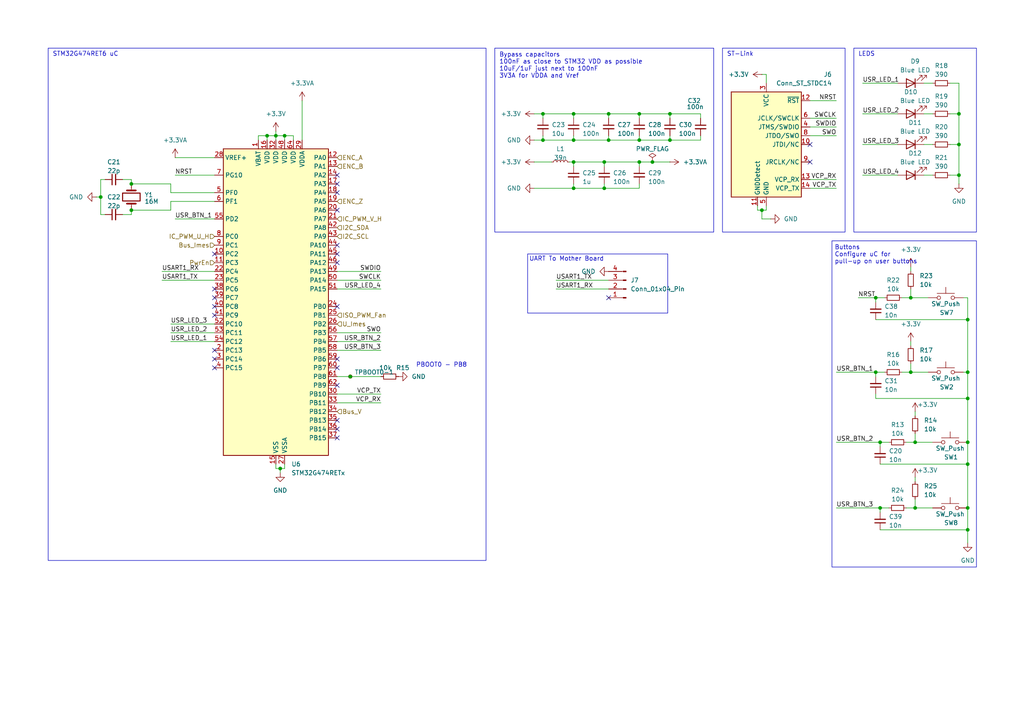
<source format=kicad_sch>
(kicad_sch (version 20250114) (generator "eeschema") (generator_version "9.0")
  (paper "A4")
  (title_block (title "AAP Inverter") (date "2023-05-01") (company "ENSEA"))
  (lib_symbols
    (symbol "Connector:Conn_01x04_Pin" (pin_names (offset 1.016) (hide yes))
      (property "Reference" "J" (at 0 5.08 0))
      (property "Value" "Conn_01x04_Pin" (at 0 -7.62 0))
      (symbol "Conn_01x04_Pin_1_1"
        (rectangle (start 0.8636 2.667) (end 0 2.413) (stroke (width 0.1524)) (fill (type outline)))
        (rectangle (start 0.8636 0.127) (end 0 -0.127) (stroke (width 0.1524)) (fill (type outline)))
        (rectangle (start 0.8636 -2.413) (end 0 -2.667) (stroke (width 0.1524)) (fill (type outline)))
        (rectangle (start 0.8636 -4.953) (end 0 -5.207) (stroke (width 0.1524)) (fill (type outline)))
        (polyline (pts (xy 1.27 2.54) (xy 0.8636 2.54)) (stroke (width 0.1524)))
        (polyline (pts (xy 1.27 0) (xy 0.8636 0)) (stroke (width 0.1524)))
        (polyline (pts (xy 1.27 -2.54) (xy 0.8636 -2.54)) (stroke (width 0.1524)))
        (polyline (pts (xy 1.27 -5.08) (xy 0.8636 -5.08)) (stroke (width 0.1524)))
        (pin passive line (at 5.08 2.54 180) (length 3.81) (name "Pin_1") (number "1"))
        (pin passive line (at 5.08 0 180) (length 3.81) (name "Pin_2") (number "2"))
        (pin passive line (at 5.08 -2.54 180) (length 3.81) (name "Pin_3") (number "3"))
        (pin passive line (at 5.08 -5.08 180) (length 3.81) (name "Pin_4") (number "4"))
      )
    )
    (symbol "Connector:Conn_ST_STDC14"
      (property "Reference" "J" (at -8.89 16.51 0))
      (property "Value" "Conn_ST_STDC14" (at 17.78 16.51 0))
      (symbol "Conn_ST_STDC14_0_1"
        (rectangle (start -10.16 15.24) (end 10.16 -15.24) (stroke (width 0.254)) (fill (type background)))
      )
      (symbol "Conn_ST_STDC14_1_1"
        (pin no_connect line (at -10.16 5.08 0) (length 2.54) (hide yes) (name "NC") (number "1"))
        (pin no_connect line (at -10.16 2.54 0) (length 2.54) (hide yes) (name "NC") (number "2"))
        (pin passive line (at -2.54 -17.78 90) (length 2.54) (name "GNDDetect") (number "11"))
        (pin power_in line (at 0 17.78 270) (length 2.54) (name "VCC") (number "3"))
        (pin power_in line (at 0 -17.78 90) (length 2.54) (name "GND") (number "5"))
        (pin passive line (at 0 -17.78 90) (length 2.54) (hide yes) (name "GND") (number "7"))
        (pin open_collector line (at 12.7 12.7 180) (length 2.54) (name "~{RST}") (number "12"))
        (pin output line (at 12.7 7.62 180) (length 2.54) (name "JCLK/SWCLK") (number "6"))
        (pin bidirectional line (at 12.7 5.08 180) (length 2.54) (name "JTMS/SWDIO") (number "4"))
        (pin input line (at 12.7 2.54 180) (length 2.54) (name "JTDO/SWO") (number "8"))
        (pin output line (at 12.7 0 180) (length 2.54) (name "JTDI/NC") (number "10"))
        (pin input line (at 12.7 -5.08 180) (length 2.54) (name "JRCLK/NC") (number "9"))
        (pin output line (at 12.7 -10.16 180) (length 2.54) (name "VCP_RX") (number "13"))
        (pin input line (at 12.7 -12.7 180) (length 2.54) (name "VCP_TX") (number "14"))
      )
    )
    (symbol "Connector:TestPoint_Small" (pin_numbers (hide yes)) (pin_names (offset 0.762) (hide yes))
      (property "Reference" "TP" (at 0 3.81 0))
      (property "Value" "TestPoint_Small" (at 0 2.032 0))
      (symbol "TestPoint_Small_0_1"
        (circle (center 0 0) (radius 0.508))
      )
      (symbol "TestPoint_Small_1_1"
        (pin passive line (at 0 0 90) (length 0) (name "1") (number "1"))
      )
    )
    (symbol "Device:C_Small" (pin_numbers (hide yes)) (pin_names (offset 0.254) (hide yes))
      (property "Reference" "C" (at 0.254 1.778 0))
      (property "Value" "C_Small" (at 0.254 -2.032 0))
      (symbol "C_Small_0_1"
        (polyline (pts (xy -1.524 0.508) (xy 1.524 0.508)) (stroke (width 0.3048)))
        (polyline (pts (xy -1.524 -0.508) (xy 1.524 -0.508)) (stroke (width 0.3302)))
      )
      (symbol "C_Small_1_1"
        (pin passive line (at 0 2.54 270) (length 2.032) (name "~") (number "1"))
        (pin passive line (at 0 -2.54 90) (length 2.032) (name "~") (number "2"))
      )
    )
    (symbol "Device:Crystal" (pin_numbers (hide yes)) (pin_names (offset 1.016) (hide yes))
      (property "Reference" "Y" (at 0 3.81 0))
      (property "Value" "Crystal" (at 0 -3.81 0))
      (symbol "Crystal_0_1"
        (polyline (pts (xy -2.54 0) (xy -1.905 0)))
        (polyline (pts (xy -1.905 -1.27) (xy -1.905 1.27)) (stroke (width 0.508)))
        (rectangle (start -1.143 2.54) (end 1.143 -2.54) (stroke (width 0.3048)))
        (polyline (pts (xy 1.905 -1.27) (xy 1.905 1.27)) (stroke (width 0.508)))
        (polyline (pts (xy 2.54 0) (xy 1.905 0)))
      )
      (symbol "Crystal_1_1"
        (pin passive line (at -3.81 0 0) (length 1.27) (name "1") (number "1"))
        (pin passive line (at 3.81 0 180) (length 1.27) (name "2") (number "2"))
      )
    )
    (symbol "Device:LED" (pin_numbers (hide yes)) (pin_names (offset 1.016) (hide yes))
      (property "Reference" "D" (at 0 2.54 0))
      (property "Value" "LED" (at 0 -2.54 0))
      (symbol "LED_0_1"
        (polyline (pts (xy -3.048 -0.762) (xy -4.572 -2.286) (xy -3.81 -2.286) (xy -4.572 -2.286) (xy -4.572 -1.524)))
        (polyline (pts (xy -1.778 -0.762) (xy -3.302 -2.286) (xy -2.54 -2.286) (xy -3.302 -2.286) (xy -3.302 -1.524)))
        (polyline (pts (xy -1.27 0) (xy 1.27 0)))
        (polyline (pts (xy -1.27 -1.27) (xy -1.27 1.27)) (stroke (width 0.254)))
        (polyline (pts (xy 1.27 -1.27) (xy 1.27 1.27) (xy -1.27 0) (xy 1.27 -1.27)) (stroke (width 0.254)))
      )
      (symbol "LED_1_1"
        (pin passive line (at -3.81 0 0) (length 2.54) (name "K") (number "1"))
        (pin passive line (at 3.81 0 180) (length 2.54) (name "A") (number "2"))
      )
    )
    (symbol "Device:L_Small" (pin_numbers (hide yes)) (pin_names (offset 0.254) (hide yes))
      (property "Reference" "L" (at 0.762 1.016 0))
      (property "Value" "L_Small" (at 0.762 -1.016 0))
      (symbol "L_Small_0_1"
        (arc (start 0 2.032) (mid 0.5058 1.524) (end 0 1.016))
        (arc (start 0 1.016) (mid 0.5058 0.508) (end 0 0))
        (arc (start 0 0) (mid 0.5058 -0.508) (end 0 -1.016))
        (arc (start 0 -1.016) (mid 0.5058 -1.524) (end 0 -2.032))
      )
      (symbol "L_Small_1_1"
        (pin passive line (at 0 2.54 270) (length 0.508) (name "~") (number "1"))
        (pin passive line (at 0 -2.54 90) (length 0.508) (name "~") (number "2"))
      )
    )
    (symbol "Device:R_Small" (pin_numbers (hide yes)) (pin_names (offset 0.254) (hide yes))
      (property "Reference" "R" (at 0.762 0.508 0))
      (property "Value" "R_Small" (at 0.762 -1.016 0))
      (symbol "R_Small_0_1"
        (rectangle (start -0.762 1.778) (end 0.762 -1.778) (stroke (width 0.2032)))
      )
      (symbol "R_Small_1_1"
        (pin passive line (at 0 2.54 270) (length 0.762) (name "~") (number "1"))
        (pin passive line (at 0 -2.54 90) (length 0.762) (name "~") (number "2"))
      )
    )
    (symbol "MCU_ST_STM32G4:STM32G474RETx"
      (property "Reference" "U" (at -15.24 46.99 0))
      (property "Value" "STM32G474RETx" (at 10.16 46.99 0))
      (symbol "STM32G474RETx_0_1"
        (rectangle (start -15.24 -43.18) (end 15.24 45.72) (stroke (width 0.254)) (fill (type background)))
      )
      (symbol "STM32G474RETx_1_1"
        (pin input line (at -17.78 43.18 0) (length 2.54) (name "VREF+") (number "28"))
        (pin bidirectional line (at -17.78 38.1 0) (length 2.54) (name "PG10") (number "7"))
        (pin bidirectional line (at -17.78 33.02 0) (length 2.54) (name "PF0") (number "5"))
        (pin bidirectional line (at -17.78 30.48 0) (length 2.54) (name "PF1") (number "6"))
        (pin bidirectional line (at -17.78 25.4 0) (length 2.54) (name "PD2") (number "55"))
        (pin bidirectional line (at -17.78 20.32 0) (length 2.54) (name "PC0") (number "8"))
        (pin bidirectional line (at -17.78 17.78 0) (length 2.54) (name "PC1") (number "9"))
        (pin bidirectional line (at -17.78 15.24 0) (length 2.54) (name "PC2") (number "10"))
        (pin bidirectional line (at -17.78 12.7 0) (length 2.54) (name "PC3") (number "11"))
        (pin bidirectional line (at -17.78 10.16 0) (length 2.54) (name "PC4") (number "22"))
        (pin bidirectional line (at -17.78 7.62 0) (length 2.54) (name "PC5") (number "23"))
        (pin bidirectional line (at -17.78 5.08 0) (length 2.54) (name "PC6") (number "38"))
        (pin bidirectional line (at -17.78 2.54 0) (length 2.54) (name "PC7") (number "39"))
        (pin bidirectional line (at -17.78 0 0) (length 2.54) (name "PC8") (number "40"))
        (pin bidirectional line (at -17.78 -2.54 0) (length 2.54) (name "PC9") (number "41"))
        (pin bidirectional line (at -17.78 -5.08 0) (length 2.54) (name "PC10") (number "52"))
        (pin bidirectional line (at -17.78 -7.62 0) (length 2.54) (name "PC11") (number "53"))
        (pin bidirectional line (at -17.78 -10.16 0) (length 2.54) (name "PC12") (number "54"))
        (pin bidirectional line (at -17.78 -12.7 0) (length 2.54) (name "PC13") (number "2"))
        (pin bidirectional line (at -17.78 -15.24 0) (length 2.54) (name "PC14") (number "3"))
        (pin bidirectional line (at -17.78 -17.78 0) (length 2.54) (name "PC15") (number "4"))
        (pin power_in line (at -5.08 48.26 270) (length 2.54) (name "VBAT") (number "1"))
        (pin power_in line (at -2.54 48.26 270) (length 2.54) (name "VDD") (number "16"))
        (pin power_in line (at 0 48.26 270) (length 2.54) (name "VDD") (number "32"))
        (pin power_in line (at 0 -45.72 90) (length 2.54) (name "VSS") (number "15"))
        (pin passive line (at 0 -45.72 90) (length 2.54) (hide yes) (name "VSS") (number "31"))
        (pin passive line (at 0 -45.72 90) (length 2.54) (hide yes) (name "VSS") (number "47"))
        (pin passive line (at 0 -45.72 90) (length 2.54) (hide yes) (name "VSS") (number "63"))
        (pin power_in line (at 2.54 48.26 270) (length 2.54) (name "VDD") (number "48"))
        (pin power_in line (at 2.54 -45.72 90) (length 2.54) (name "VSSA") (number "27"))
        (pin power_in line (at 5.08 48.26 270) (length 2.54) (name "VDD") (number "64"))
        (pin power_in line (at 7.62 48.26 270) (length 2.54) (name "VDDA") (number "29"))
        (pin bidirectional line (at 17.78 43.18 180) (length 2.54) (name "PA0") (number "12"))
        (pin bidirectional line (at 17.78 40.64 180) (length 2.54) (name "PA1") (number "13"))
        (pin bidirectional line (at 17.78 38.1 180) (length 2.54) (name "PA2") (number "14"))
        (pin bidirectional line (at 17.78 35.56 180) (length 2.54) (name "PA3") (number "17"))
        (pin bidirectional line (at 17.78 33.02 180) (length 2.54) (name "PA4") (number "18"))
        (pin bidirectional line (at 17.78 30.48 180) (length 2.54) (name "PA5") (number "19"))
        (pin bidirectional line (at 17.78 27.94 180) (length 2.54) (name "PA6") (number "20"))
        (pin bidirectional line (at 17.78 25.4 180) (length 2.54) (name "PA7") (number "21"))
        (pin bidirectional line (at 17.78 22.86 180) (length 2.54) (name "PA8") (number "42"))
        (pin bidirectional line (at 17.78 20.32 180) (length 2.54) (name "PA9") (number "43"))
        (pin bidirectional line (at 17.78 17.78 180) (length 2.54) (name "PA10") (number "44"))
        (pin bidirectional line (at 17.78 15.24 180) (length 2.54) (name "PA11") (number "45"))
        (pin bidirectional line (at 17.78 12.7 180) (length 2.54) (name "PA12") (number "46"))
        (pin bidirectional line (at 17.78 10.16 180) (length 2.54) (name "PA13") (number "49"))
        (pin bidirectional line (at 17.78 7.62 180) (length 2.54) (name "PA14") (number "50"))
        (pin bidirectional line (at 17.78 5.08 180) (length 2.54) (name "PA15") (number "51"))
        (pin bidirectional line (at 17.78 0 180) (length 2.54) (name "PB0") (number "24"))
        (pin bidirectional line (at 17.78 -2.54 180) (length 2.54) (name "PB1") (number "25"))
        (pin bidirectional line (at 17.78 -5.08 180) (length 2.54) (name "PB2") (number "26"))
        (pin bidirectional line (at 17.78 -7.62 180) (length 2.54) (name "PB3") (number "56"))
        (pin bidirectional line (at 17.78 -10.16 180) (length 2.54) (name "PB4") (number "57"))
        (pin bidirectional line (at 17.78 -12.7 180) (length 2.54) (name "PB5") (number "58"))
        (pin bidirectional line (at 17.78 -15.24 180) (length 2.54) (name "PB6") (number "59"))
        (pin bidirectional line (at 17.78 -17.78 180) (length 2.54) (name "PB7") (number "60"))
        (pin bidirectional line (at 17.78 -20.32 180) (length 2.54) (name "PB8") (number "61"))
        (pin bidirectional line (at 17.78 -22.86 180) (length 2.54) (name "PB9") (number "62"))
        (pin bidirectional line (at 17.78 -25.4 180) (length 2.54) (name "PB10") (number "30"))
        (pin bidirectional line (at 17.78 -27.94 180) (length 2.54) (name "PB11") (number "33"))
        (pin bidirectional line (at 17.78 -30.48 180) (length 2.54) (name "PB12") (number "34"))
        (pin bidirectional line (at 17.78 -33.02 180) (length 2.54) (name "PB13") (number "35"))
        (pin bidirectional line (at 17.78 -35.56 180) (length 2.54) (name "PB14") (number "36"))
        (pin bidirectional line (at 17.78 -38.1 180) (length 2.54) (name "PB15") (number "37"))
      )
    )
    (symbol "Switch:SW_Push" (pin_numbers (hide yes)) (pin_names (offset 1.016) (hide yes))
      (property "Reference" "SW" (at 1.27 2.54 0))
      (property "Value" "SW_Push" (at 0 -1.524 0))
      (symbol "SW_Push_0_1"
        (circle (center -2.032 0) (radius 0.508))
        (polyline (pts (xy 0 1.27) (xy 0 3.048)))
        (circle (center 2.032 0) (radius 0.508))
        (polyline (pts (xy 2.54 1.27) (xy -2.54 1.27)))
        (pin passive line (at -5.08 0 0) (length 2.54) (name "1") (number "1"))
        (pin passive line (at 5.08 0 180) (length 2.54) (name "2") (number "2"))
      )
    )
    (symbol "power:+3.3V" (power) (pin_numbers (hide yes)) (pin_names (offset 0) (hide yes))
      (property "Value" "+3.3V" (at 0 3.556 0))
      (symbol "+3.3V_0_1"
        (polyline (pts (xy -0.762 1.27) (xy 0 2.54)))
        (polyline (pts (xy 0 2.54) (xy 0.762 1.27)))
        (polyline (pts (xy 0 0) (xy 0 2.54)))
      )
      (symbol "+3.3V_1_1"
        (pin power_in line (at 0 0 90) (length 0) (name "~") (number "1"))
      )
    )
    (symbol "power:+3.3VA" (power) (pin_numbers (hide yes)) (pin_names (offset 0) (hide yes))
      (property "Value" "+3.3VA" (at 0 3.556 0))
      (symbol "+3.3VA_0_1"
        (polyline (pts (xy -0.762 1.27) (xy 0 2.54)))
        (polyline (pts (xy 0 2.54) (xy 0.762 1.27)))
        (polyline (pts (xy 0 0) (xy 0 2.54)))
      )
      (symbol "+3.3VA_1_1"
        (pin power_in line (at 0 0 90) (length 0) (name "~") (number "1"))
      )
    )
    (symbol "power:GND" (power) (pin_numbers (hide yes)) (pin_names (offset 0) (hide yes))
      (property "Value" "GND" (at 0 -3.81 0))
      (symbol "GND_0_1"
        (polyline (pts (xy 0 0) (xy 0 -1.27) (xy 1.27 -1.27) (xy 0 -2.54) (xy -1.27 -1.27) (xy 0 -1.27)))
      )
      (symbol "GND_1_1"
        (pin power_in line (at 0 0 270) (length 0) (name "~") (number "1"))
      )
    )
    (symbol "power:PWR_FLAG" (power) (pin_numbers (hide yes)) (pin_names (offset 0) (hide yes))
      (property "Value" "PWR_FLAG" (at 0 3.81 0))
      (symbol "PWR_FLAG_0_0"
        (pin power_out line (at 0 0 90) (length 0) (name "pwr") (number "1"))
      )
      (symbol "PWR_FLAG_0_1"
        (polyline (pts (xy 0 0) (xy 0 1.27) (xy -1.016 1.905) (xy 0 2.54) (xy 1.016 1.905) (xy 0 1.27)))
      )
    )
  )
  (rectangle (start 13.97 13.97) (end 140.97 162.56))
  (rectangle (start 153.035 73.66) (end 193.675 90.805))
  (rectangle (start 143.51 13.97) (end 207.01 67.31))
  (rectangle (start 241.3 69.85) (end 283.21 164.465))
  (rectangle (start 247.65 13.97) (end 283.21 67.31))
  (rectangle (start 209.55 13.97) (end 245.11 67.31))
  (text "ST-Link\n" (at 210.82 16.51 0) (effects (font (size 1.27 1.27)) (justify left bottom)))
  (text "Bypass capacitors\n100nF as close to STM32 VDD as possible\n10uF/1uF just next to 100nF\n3V3A for VDDA and Vref\n" (at 144.78 22.86 0) (effects (font (size 1.27 1.27)) (justify left bottom)))
  (text "Buttons\nConfigure uC for \npull-up on user buttons" (at 242.062 76.708 0) (effects (font (size 1.27 1.27)) (justify left bottom)))
  (text "UART To Mother Board" (at 164.338 75.184 0) (effects (font (size 1.27 1.27))))
  (text "PBOOT0 - PB8\n" (at 120.65 106.68 0) (effects (font (size 1.27 1.27)) (justify left bottom)))
  (text "STM32G474RET6 uC" (at 15.24 16.51 0) (effects (font (size 1.27 1.27)) (justify left bottom)))
  (text "LEDS\n" (at 248.92 16.51 0) (effects (font (size 1.27 1.27)) (justify left bottom)))
  (junction (at 175.26 46.99))
  (junction (at 280.67 92.71))
  (junction (at 280.67 115.57))
  (junction (at 77.47 39.37))
  (junction (at 38.1 60.96))
  (junction (at 29.21 57.15))
  (junction (at 255.27 147.32))
  (junction (at 280.67 147.32))
  (junction (at 185.42 33.02))
  (junction (at 220.98 60.96))
  (junction (at 166.37 46.99))
  (junction (at 254 86.36))
  (junction (at 255.27 128.27))
  (junction (at 278.13 33.02))
  (junction (at 278.13 50.8))
  (junction (at 194.31 40.64))
  (junction (at 175.26 54.61))
  (junction (at 265.43 147.32))
  (junction (at 166.37 40.64))
  (junction (at 81.28 135.89))
  (junction (at 185.42 46.99))
  (junction (at 254 107.95))
  (junction (at 280.67 134.62))
  (junction (at 264.16 86.36))
  (junction (at 38.1 53.34))
  (junction (at 101.6 109.22))
  (junction (at 265.43 128.27))
  (junction (at 176.53 33.02))
  (junction (at 189.23 46.99))
  (junction (at 82.55 39.37))
  (junction (at 166.37 54.61))
  (junction (at 280.67 153.67))
  (junction (at 194.31 33.02))
  (junction (at 157.48 40.64))
  (junction (at 176.53 40.64))
  (junction (at 280.67 128.27))
  (junction (at 280.67 107.95))
  (junction (at 185.42 40.64))
  (junction (at 166.37 33.02))
  (junction (at 80.01 39.37))
  (junction (at 264.16 107.95))
  (junction (at 157.48 33.02))
  (junction (at 278.13 41.91))
  (no_connect (at 97.79 53.34))
  (no_connect (at 62.23 104.14))
  (no_connect (at 97.79 55.88))
  (no_connect (at 97.79 73.66))
  (no_connect (at 97.79 50.8))
  (no_connect (at 97.79 111.76))
  (no_connect (at 234.95 46.99))
  (no_connect (at 62.23 106.68))
  (no_connect (at 176.53 86.36))
  (no_connect (at 97.79 121.92))
  (no_connect (at 97.79 88.9))
  (no_connect (at 62.23 88.9))
  (no_connect (at 97.79 76.2))
  (no_connect (at 62.23 86.36))
  (no_connect (at 97.79 71.12))
  (no_connect (at 97.79 104.14))
  (no_connect (at 97.79 127))
  (no_connect (at 62.23 73.66))
  (no_connect (at 62.23 101.6))
  (no_connect (at 62.23 83.82))
  (no_connect (at 97.79 124.46))
  (no_connect (at 234.95 41.91))
  (no_connect (at 62.23 91.44))
  (no_connect (at 97.79 106.68))
  (no_connect (at 97.79 60.96))
  (wire (pts (xy 194.31 33.02) (xy 194.31 34.29)))
  (wire (pts (xy 220.98 63.5) (xy 220.98 60.96)))
  (wire (pts (xy 80.01 38.1) (xy 80.01 39.37)))
  (wire (pts (xy 264.16 77.47) (xy 264.16 78.74)))
  (wire (pts (xy 280.67 153.67) (xy 280.67 147.32)))
  (wire (pts (xy 264.16 86.36) (xy 264.16 83.82)))
  (wire (pts (xy 49.53 55.88) (xy 62.23 55.88)))
  (wire (pts (xy 185.42 53.34) (xy 185.42 54.61)))
  (wire (pts (xy 50.8 45.72) (xy 62.23 45.72)))
  (wire (pts (xy 203.2 33.02) (xy 203.2 34.29)))
  (wire (pts (xy 280.67 153.67) (xy 280.67 157.48)))
  (wire (pts (xy 250.19 41.91) (xy 260.35 41.91)))
  (wire (pts (xy 175.26 46.99) (xy 185.42 46.99)))
  (wire (pts (xy 280.67 147.32) (xy 280.67 134.62)))
  (wire (pts (xy 275.59 41.91) (xy 278.13 41.91)))
  (wire (pts (xy 255.27 147.32) (xy 255.27 148.59)))
  (wire (pts (xy 175.26 53.34) (xy 175.26 54.61)))
  (wire (pts (xy 254 86.36) (xy 256.54 86.36)))
  (wire (pts (xy 255.27 147.32) (xy 257.81 147.32)))
  (wire (pts (xy 49.53 96.52) (xy 62.23 96.52)))
  (wire (pts (xy 265.43 128.27) (xy 270.51 128.27)))
  (wire (pts (xy 175.26 54.61) (xy 166.37 54.61)))
  (wire (pts (xy 275.59 33.02) (xy 278.13 33.02)))
  (wire (pts (xy 80.01 39.37) (xy 80.01 40.64)))
  (wire (pts (xy 101.6 109.22) (xy 97.79 109.22)))
  (wire (pts (xy 265.43 147.32) (xy 265.43 144.78)))
  (wire (pts (xy 97.79 78.74) (xy 110.49 78.74)))
  (wire (pts (xy 157.48 33.02) (xy 166.37 33.02)))
  (wire (pts (xy 194.31 33.02) (xy 203.2 33.02)))
  (wire (pts (xy 38.1 53.34) (xy 38.1 52.07)))
  (wire (pts (xy 97.79 116.84) (xy 110.49 116.84)))
  (wire (pts (xy 166.37 40.64) (xy 157.48 40.64)))
  (wire (pts (xy 50.8 50.8) (xy 62.23 50.8)))
  (wire (pts (xy 74.93 40.64) (xy 74.93 39.37)))
  (wire (pts (xy 234.95 52.07) (xy 242.57 52.07)))
  (wire (pts (xy 220.98 21.59) (xy 222.25 21.59)))
  (wire (pts (xy 265.43 138.43) (xy 265.43 139.7)))
  (wire (pts (xy 267.97 33.02) (xy 270.51 33.02)))
  (wire (pts (xy 166.37 39.37) (xy 166.37 40.64)))
  (wire (pts (xy 265.43 147.32) (xy 270.51 147.32)))
  (wire (pts (xy 234.95 39.37) (xy 242.57 39.37)))
  (wire (pts (xy 278.13 24.13) (xy 278.13 33.02)))
  (wire (pts (xy 250.19 33.02) (xy 260.35 33.02)))
  (wire (pts (xy 176.53 39.37) (xy 176.53 40.64)))
  (wire (pts (xy 254 107.95) (xy 254 109.22)))
  (wire (pts (xy 220.98 60.96) (xy 222.25 60.96)))
  (wire (pts (xy 234.95 36.83) (xy 242.57 36.83)))
  (wire (pts (xy 29.21 62.23) (xy 30.48 62.23)))
  (wire (pts (xy 275.59 50.8) (xy 278.13 50.8)))
  (wire (pts (xy 222.25 21.59) (xy 222.25 24.13)))
  (wire (pts (xy 161.29 81.28) (xy 176.53 81.28)))
  (wire (pts (xy 261.62 107.95) (xy 264.16 107.95)))
  (wire (pts (xy 82.55 39.37) (xy 85.09 39.37)))
  (wire (pts (xy 49.53 60.96) (xy 38.1 60.96)))
  (wire (pts (xy 38.1 60.96) (xy 38.1 62.23)))
  (wire (pts (xy 166.37 53.34) (xy 166.37 54.61)))
  (wire (pts (xy 27.94 57.15) (xy 29.21 57.15)))
  (wire (pts (xy 35.56 52.07) (xy 38.1 52.07)))
  (wire (pts (xy 110.49 83.82) (xy 97.79 83.82)))
  (wire (pts (xy 154.94 46.99) (xy 160.02 46.99)))
  (wire (pts (xy 222.25 59.69) (xy 222.25 60.96)))
  (wire (pts (xy 255.27 128.27) (xy 255.27 129.54)))
  (wire (pts (xy 280.67 92.71) (xy 280.67 107.95)))
  (wire (pts (xy 161.29 83.82) (xy 176.53 83.82)))
  (wire (pts (xy 110.49 99.06) (xy 97.79 99.06)))
  (wire (pts (xy 81.28 135.89) (xy 81.28 137.16)))
  (wire (pts (xy 219.71 60.96) (xy 219.71 59.69)))
  (wire (pts (xy 49.53 93.98) (xy 62.23 93.98)))
  (wire (pts (xy 264.16 107.95) (xy 269.24 107.95)))
  (wire (pts (xy 275.59 24.13) (xy 278.13 24.13)))
  (wire (pts (xy 185.42 33.02) (xy 194.31 33.02)))
  (wire (pts (xy 280.67 128.27) (xy 280.67 115.57)))
  (wire (pts (xy 50.8 63.5) (xy 62.23 63.5)))
  (wire (pts (xy 250.19 50.8) (xy 260.35 50.8)))
  (wire (pts (xy 175.26 54.61) (xy 185.42 54.61)))
  (wire (pts (xy 97.79 114.3) (xy 110.49 114.3)))
  (wire (pts (xy 265.43 128.27) (xy 265.43 125.73)))
  (wire (pts (xy 264.16 99.06) (xy 264.16 100.33)))
  (wire (pts (xy 154.94 54.61) (xy 166.37 54.61)))
  (wire (pts (xy 262.89 147.32) (xy 265.43 147.32)))
  (wire (pts (xy 85.09 39.37) (xy 85.09 40.64)))
  (wire (pts (xy 255.27 134.62) (xy 280.67 134.62)))
  (wire (pts (xy 49.53 53.34) (xy 38.1 53.34)))
  (wire (pts (xy 166.37 46.99) (xy 175.26 46.99)))
  (wire (pts (xy 185.42 39.37) (xy 185.42 40.64)))
  (wire (pts (xy 185.42 48.26) (xy 185.42 46.99)))
  (wire (pts (xy 254 107.95) (xy 256.54 107.95)))
  (wire (pts (xy 280.67 86.36) (xy 280.67 92.71)))
  (wire (pts (xy 262.89 128.27) (xy 265.43 128.27)))
  (wire (pts (xy 166.37 33.02) (xy 166.37 34.29)))
  (wire (pts (xy 185.42 46.99) (xy 189.23 46.99)))
  (wire (pts (xy 157.48 40.64) (xy 157.48 39.37)))
  (wire (pts (xy 82.55 134.62) (xy 82.55 135.89)))
  (wire (pts (xy 248.92 86.36) (xy 254 86.36)))
  (wire (pts (xy 264.16 107.95) (xy 264.16 105.41)))
  (wire (pts (xy 267.97 24.13) (xy 270.51 24.13)))
  (wire (pts (xy 254 86.36) (xy 254 87.63)))
  (wire (pts (xy 254 114.3) (xy 254 115.57)))
  (wire (pts (xy 81.28 135.89) (xy 82.55 135.89)))
  (wire (pts (xy 234.95 54.61) (xy 242.57 54.61)))
  (wire (pts (xy 80.01 134.62) (xy 80.01 135.89)))
  (wire (pts (xy 242.57 147.32) (xy 255.27 147.32)))
  (wire (pts (xy 110.49 109.22) (xy 101.6 109.22)))
  (wire (pts (xy 110.49 101.6) (xy 97.79 101.6)))
  (wire (pts (xy 97.79 96.52) (xy 110.49 96.52)))
  (wire (pts (xy 255.27 153.67) (xy 280.67 153.67)))
  (wire (pts (xy 267.97 50.8) (xy 270.51 50.8)))
  (wire (pts (xy 49.53 58.42) (xy 62.23 58.42)))
  (wire (pts (xy 49.53 99.06) (xy 62.23 99.06)))
  (wire (pts (xy 280.67 134.62) (xy 280.67 128.27)))
  (wire (pts (xy 29.21 57.15) (xy 29.21 62.23)))
  (wire (pts (xy 29.21 52.07) (xy 29.21 57.15)))
  (wire (pts (xy 234.95 34.29) (xy 242.57 34.29)))
  (wire (pts (xy 176.53 33.02) (xy 176.53 34.29)))
  (wire (pts (xy 189.23 46.99) (xy 194.31 46.99)))
  (wire (pts (xy 267.97 41.91) (xy 270.51 41.91)))
  (wire (pts (xy 242.57 107.95) (xy 254 107.95)))
  (wire (pts (xy 254 92.71) (xy 280.67 92.71)))
  (wire (pts (xy 30.48 52.07) (xy 29.21 52.07)))
  (wire (pts (xy 166.37 48.26) (xy 166.37 46.99)))
  (wire (pts (xy 175.26 46.99) (xy 175.26 48.26)))
  (wire (pts (xy 220.98 60.96) (xy 219.71 60.96)))
  (wire (pts (xy 166.37 40.64) (xy 176.53 40.64)))
  (wire (pts (xy 278.13 41.91) (xy 278.13 50.8)))
  (wire (pts (xy 49.53 55.88) (xy 49.53 53.34)))
  (wire (pts (xy 278.13 33.02) (xy 278.13 41.91)))
  (wire (pts (xy 46.99 81.28) (xy 62.23 81.28)))
  (wire (pts (xy 255.27 128.27) (xy 257.81 128.27)))
  (wire (pts (xy 97.79 81.28) (xy 110.49 81.28)))
  (wire (pts (xy 157.48 34.29) (xy 157.48 33.02)))
  (wire (pts (xy 74.93 39.37) (xy 77.47 39.37)))
  (wire (pts (xy 280.67 107.95) (xy 279.4 107.95)))
  (wire (pts (xy 223.52 63.5) (xy 220.98 63.5)))
  (wire (pts (xy 194.31 39.37) (xy 194.31 40.64)))
  (wire (pts (xy 265.43 119.38) (xy 265.43 120.65)))
  (wire (pts (xy 203.2 39.37) (xy 203.2 40.64)))
  (wire (pts (xy 185.42 40.64) (xy 194.31 40.64)))
  (wire (pts (xy 254 115.57) (xy 280.67 115.57)))
  (wire (pts (xy 250.19 24.13) (xy 260.35 24.13)))
  (wire (pts (xy 77.47 39.37) (xy 80.01 39.37)))
  (wire (pts (xy 261.62 86.36) (xy 264.16 86.36)))
  (wire (pts (xy 176.53 33.02) (xy 185.42 33.02)))
  (wire (pts (xy 166.37 33.02) (xy 176.53 33.02)))
  (wire (pts (xy 80.01 39.37) (xy 82.55 39.37)))
  (wire (pts (xy 35.56 62.23) (xy 38.1 62.23)))
  (wire (pts (xy 46.99 78.74) (xy 62.23 78.74)))
  (wire (pts (xy 82.55 39.37) (xy 82.55 40.64)))
  (wire (pts (xy 280.67 115.57) (xy 280.67 107.95)))
  (wire (pts (xy 203.2 40.64) (xy 194.31 40.64)))
  (wire (pts (xy 77.47 40.64) (xy 77.47 39.37)))
  (wire (pts (xy 234.95 29.21) (xy 242.57 29.21)))
  (wire (pts (xy 242.57 128.27) (xy 255.27 128.27)))
  (wire (pts (xy 80.01 135.89) (xy 81.28 135.89)))
  (wire (pts (xy 176.53 40.64) (xy 185.42 40.64)))
  (wire (pts (xy 166.37 46.99) (xy 165.1 46.99)))
  (wire (pts (xy 185.42 33.02) (xy 185.42 34.29)))
  (wire (pts (xy 154.94 40.64) (xy 157.48 40.64)))
  (wire (pts (xy 264.16 86.36) (xy 269.24 86.36)))
  (wire (pts (xy 154.94 33.02) (xy 157.48 33.02)))
  (wire (pts (xy 49.53 58.42) (xy 49.53 60.96)))
  (wire (pts (xy 279.4 86.36) (xy 280.67 86.36)))
  (wire (pts (xy 87.63 29.21) (xy 87.63 40.64)))
  (wire (pts (xy 278.13 50.8) (xy 278.13 53.34)))
  (label "NRST" (at 50.8 50.8 0))
  (label "NRST" (at 248.92 86.36 0))
  (label "USR_LED_4" (at 110.49 83.82 180))
  (label "USR_LED_4" (at 250.19 50.8 0))
  (label "USART1_TX" (at 161.29 81.28 0))
  (label "USR_LED_1" (at 49.53 99.06 0))
  (label "VCP_TX" (at 242.57 54.61 180))
  (label "USR_LED_3" (at 49.53 93.98 0))
  (label "USART1_TX" (at 46.99 81.28 0))
  (label "SWDIO" (at 242.57 36.83 180))
  (label "SWDIO" (at 110.49 78.74 180))
  (label "USR_LED_2" (at 250.19 33.02 0))
  (label "USR_BTN_3" (at 110.49 101.6 180))
  (label "VCP_TX" (at 110.49 114.3 180))
  (label "USR_LED_1" (at 250.19 24.13 0))
  (label "USART1_RX" (at 46.99 78.74 0))
  (label "VCP_RX" (at 242.57 52.07 180))
  (label "USR_BTN_1" (at 50.8 63.5 0))
  (label "USART1_RX" (at 161.29 83.82 0))
  (label "USR_LED_2" (at 49.53 96.52 0))
  (label "NRST" (at 242.57 29.21 180))
  (label "VCP_RX" (at 110.49 116.84 180))
  (label "SWO" (at 110.49 96.52 180))
  (label "USR_BTN_1" (at 242.57 107.95 0))
  (label "SWO" (at 242.57 39.37 180))
  (label "USR_LED_3" (at 250.19 41.91 0))
  (label "USR_BTN_2" (at 110.49 99.06 180))
  (label "USR_BTN_3" (at 242.57 147.32 0))
  (label "SWCLK" (at 242.57 34.29 180))
  (label "SWCLK" (at 110.49 81.28 180))
  (label "USR_BTN_2" (at 242.57 128.27 0))
  (hierarchical_label "ENC_Z" (shape input) (at 97.79 58.42 0))
  (hierarchical_label "Bus_Imes" (shape input) (at 62.23 71.12 180))
  (hierarchical_label "ISO_PWM_Fan" (shape input) (at 97.79 91.44 0))
  (hierarchical_label "PwrEn" (shape input) (at 62.23 76.2 180))
  (hierarchical_label "Bus_V" (shape input) (at 97.79 119.38 0))
  (hierarchical_label "U_Imes" (shape input) (at 97.79 93.98 0))
  (hierarchical_label "IC_PWM_U_H" (shape input) (at 62.23 68.58 180))
  (hierarchical_label "ENC_B" (shape input) (at 97.79 48.26 0))
  (hierarchical_label "I2C_SCL" (shape input) (at 97.79 68.58 0))
  (hierarchical_label "ENC_A" (shape input) (at 97.79 45.72 0))
  (hierarchical_label "IC_PWM_V_H" (shape input) (at 97.79 63.5 0))
  (hierarchical_label "I2C_SDA" (shape input) (at 97.79 66.04 0))
  (symbol (lib_id "power:GND") (at 280.67 157.48 0) (unit 1)
    (property "Reference" "#PWR074" (effects (hide yes)))
    (property "Value" "GND" (at 280.67 162.56 0))
    (property "Description" "Power symbol creates a global label with name \"GND\" , ground" (effects (hide yes)))
  )
  (symbol (lib_id "Device:C_Small") (at 255.27 151.13 180) (unit 1)
    (property "Reference" "C39" (at 257.81 149.8535 0) (effects (justify right)))
    (property "Value" "10n" (at 257.81 152.3935 0) (effects (justify right)))
    (property "Footprint" "Capacitor_SMD:C_0402_1005Metric" (effects (hide yes)))
    (property "Fournisseur" "Wurth" (effects (hide yes)))
    (property "MFR" "885 012 105 018" (effects (hide yes)))
  )
  (symbol (lib_id "Device:R_Small") (at 265.43 142.24 180) (unit 1)
    (property "Reference" "R25" (at 267.97 140.9699 0) (effects (justify right)))
    (property "Value" "10k" (at 267.97 143.5099 0) (effects (justify right)))
    (property "Footprint" "Resistor_SMD:R_0402_1005Metric" (effects (hide yes)))
    (property "Description" "Resistor, small symbol" (effects (hide yes)))
  )
  (symbol (lib_id "Device:R_Small") (at 264.16 81.28 180) (unit 1)
    (property "Reference" "R23" (at 266.7 80.0099 0) (effects (justify right)))
    (property "Value" "10k" (at 266.7 82.5499 0) (effects (justify right)))
    (property "Footprint" "Resistor_SMD:R_0402_1005Metric" (effects (hide yes)))
    (property "Description" "Resistor, small symbol" (effects (hide yes)))
  )
  (symbol (lib_id "power:+3.3V") (at 154.94 46.99 90) (unit 1)
    (property "Reference" "#PWR067" (effects (hide yes)))
    (property "Value" "+3.3V" (at 151.13 46.9899 90) (effects (justify left)))
    (property "Description" "Power symbol creates a global label with name \"+3.3V\"" (effects (hide yes)))
  )
  (symbol (lib_id "Device:R_Small") (at 273.05 33.02 90) (unit 1)
    (property "Reference" "R19" (at 273.05 27.94 90))
    (property "Value" "390" (at 273.05 30.48 90))
    (property "Footprint" "Resistor_SMD:R_0402_1005Metric" (effects (hide yes)))
    (property "Fournisseur" "Farnell" (effects (hide yes)))
    (property "MFR" "CRCW0402390RFKEDC" (effects (hide yes)))
    (property "Ref" "4177482" (effects (hide yes)))
  )
  (symbol (lib_id "Device:LED") (at 264.16 33.02 180) (unit 1)
    (property "Reference" "D10" (at 264.16 26.67 0))
    (property "Value" "Blue LED" (at 265.43 29.21 0))
    (property "Footprint" "LED_SMD:LED_0603_1608Metric" (effects (hide yes)))
    (property "Fournisseur" "Wurth" (effects (hide yes)))
    (property "MFR" "150 060 BS5 504 0" (effects (hide yes)))
  )
  (symbol (lib_id "Device:LED") (at 264.16 24.13 180) (unit 1)
    (property "Reference" "D9" (at 265.43 17.78 0))
    (property "Value" "Blue LED" (at 265.43 20.32 0))
    (property "Footprint" "LED_SMD:LED_0603_1608Metric" (effects (hide yes)))
    (property "Fournisseur" "Wurth" (effects (hide yes)))
    (property "MFR" "150 060 BS5 504 0" (effects (hide yes)))
  )
  (symbol (lib_id "power:PWR_FLAG") (at 189.23 46.99 0) (unit 1)
    (property "Reference" "#FLG01" (effects (hide yes)))
    (property "Value" "PWR_FLAG" (at 189.23 43.18 0))
  )
  (symbol (lib_id "Connector:Conn_01x04_Pin") (at 181.61 83.82 180) (unit 1)
    (property "Reference" "J7" (at 182.88 81.2799 0) (effects (justify right)))
    (property "Value" "Conn_01x04_Pin" (at 182.88 83.8199 0) (effects (justify right)))
    (property "Footprint" "Connector_JST:JST_XH_B4B-XH-A_1x04_P2.50mm_Vertical" (effects (hide yes)))
    (property "Description" "Generic connector, single row, 01x04, script generated" (effects (hide yes)))
  )
  (symbol (lib_id "Device:C_Small") (at 166.37 36.83 0) (unit 1)
    (property "Reference" "C24" (at 168.91 36.2013 0) (effects (justify left)))
    (property "Value" "100n" (at 168.91 38.7413 0) (effects (justify left)))
    (property "Footprint" "Capacitor_SMD:C_0402_1005Metric" (effects (hide yes)))
    (property "Fournisseur" "Wurth" (effects (hide yes)))
    (property "MFR" "885 012 105 018" (effects (hide yes)))
  )
  (symbol (lib_id "power:+3.3V") (at 154.94 33.02 90) (unit 1)
    (property "Reference" "#PWR065" (effects (hide yes)))
    (property "Value" "+3.3V" (at 151.13 33.0199 90) (effects (justify left)))
    (property "Description" "Power symbol creates a global label with name \"+3.3V\"" (effects (hide yes)))
  )
  (symbol (lib_id "power:GND") (at 176.53 78.74 270) (unit 1)
    (property "Reference" "#PWR08" (effects (hide yes)))
    (property "Value" "GND" (at 172.72 78.7399 90) (effects (justify right)))
    (property "Description" "Power symbol creates a global label with name \"GND\" , ground" (effects (hide yes)))
  )
  (symbol (lib_id "power:+3.3V") (at 264.16 77.47 0) (unit 1)
    (property "Reference" "#PWR057" (effects (hide yes)))
    (property "Value" "+3.3V" (at 264.16 72.39 0))
    (property "Description" "Power symbol creates a global label with name \"+3.3V\"" (effects (hide yes)))
  )
  (symbol (lib_id "Device:LED") (at 264.16 41.91 180) (unit 1)
    (property "Reference" "D11" (at 265.43 35.56 0))
    (property "Value" "Blue LED" (at 265.43 38.1 0))
    (property "Footprint" "LED_SMD:LED_0603_1608Metric" (effects (hide yes)))
    (property "Fournisseur" "Wurth" (effects (hide yes)))
    (property "MFR" "150 060 BS5 504 0" (effects (hide yes)))
  )
  (symbol (lib_id "Device:Crystal") (at 38.1 57.15 90) (unit 1)
    (property "Reference" "Y1" (at 41.91 56.515 90) (effects (justify right)))
    (property "Value" "16M" (at 41.91 58.42 90) (effects (justify right)))
    (property "Footprint" "Custom:ABLS-7.3728MHZ-CL-RESR-A-1-G-F" (effects (hide yes)))
    (property "Datasheet" "https://4donline.ihs.com/images/VipMasterIC/IC/ABRC/ABRCS03441/ABRCS03441-1.pdf?hkey=6D3A4C79FDBF58556ACFDE234799DDF0" (effects (hide yes)))
    (property "Fournisseur" "Farnell" (effects (hide yes)))
    (property "MFR" "ABLS-16.000MHZ-20-B-3-H-T" (effects (hide yes)))
    (property "Ref" "3228387" (effects (hide yes)))
  )
  (symbol (lib_id "Device:C_Small") (at 255.27 132.08 180) (unit 1)
    (property "Reference" "C20" (at 257.81 130.8035 0) (effects (justify right)))
    (property "Value" "10n" (at 257.81 133.3435 0) (effects (justify right)))
    (property "Footprint" "Capacitor_SMD:C_0402_1005Metric" (effects (hide yes)))
    (property "Fournisseur" "Wurth" (effects (hide yes)))
    (property "MFR" "885 012 105 018" (effects (hide yes)))
  )
  (symbol (lib_id "power:GND") (at 27.94 57.15 270) (unit 1)
    (property "Reference" "#PWR042" (effects (hide yes)))
    (property "Value" "GND" (at 24.13 57.1499 90) (effects (justify right)))
    (property "Description" "Power symbol creates a global label with name \"GND\" , ground" (effects (hide yes)))
  )
  (symbol (lib_id "Device:R_Small") (at 113.03 109.22 90) (unit 1)
    (property "Reference" "R15" (at 116.84 106.68 90))
    (property "Value" "10k" (at 111.76 106.68 90))
    (property "Footprint" "Resistor_SMD:R_0402_1005Metric" (effects (hide yes)))
    (property "Fournisseur" "Farnell" (effects (hide yes)))
    (property "MFR" "MC00625W0402110K" (effects (hide yes)))
    (property "Ref" "2130433" (effects (hide yes)))
  )
  (symbol (lib_id "Device:R_Small") (at 273.05 41.91 90) (unit 1)
    (property "Reference" "R20" (at 273.05 36.83 90))
    (property "Value" "390" (at 273.05 39.37 90))
    (property "Footprint" "Resistor_SMD:R_0402_1005Metric" (effects (hide yes)))
    (property "Fournisseur" "Farnell" (effects (hide yes)))
    (property "MFR" "CRCW0402390RFKEDC" (effects (hide yes)))
    (property "Ref" "4177482" (effects (hide yes)))
  )
  (symbol (lib_id "Device:C_Small") (at 157.48 36.83 0) (unit 1)
    (property "Reference" "C23" (at 160.02 36.2013 0) (effects (justify left)))
    (property "Value" "10u" (at 160.02 38.7413 0) (effects (justify left)))
    (property "Footprint" "Capacitor_SMD:C_0603_1608Metric_Pad1.08x0.95mm_HandSolder" (effects (hide yes)))
    (property "Fournisseur" "Wurth" (effects (hide yes)))
    (property "MFR" "885 012 106 006" (effects (hide yes)))
  )
  (symbol (lib_id "Device:R_Small") (at 265.43 123.19 180) (unit 1)
    (property "Reference" "R14" (at 267.97 121.9199 0) (effects (justify right)))
    (property "Value" "10k" (at 267.97 124.4599 0) (effects (justify right)))
    (property "Footprint" "Resistor_SMD:R_0402_1005Metric" (effects (hide yes)))
    (property "Description" "Resistor, small symbol" (effects (hide yes)))
  )
  (symbol (lib_id "Device:C_Small") (at 185.42 36.83 0) (unit 1)
    (property "Reference" "C28" (at 187.96 36.2013 0) (effects (justify left)))
    (property "Value" "100n" (at 187.96 38.7413 0) (effects (justify left)))
    (property "Footprint" "Capacitor_SMD:C_0402_1005Metric" (effects (hide yes)))
    (property "Fournisseur" "Wurth" (effects (hide yes)))
    (property "MFR" "885 012 105 018" (effects (hide yes)))
  )
  (symbol (lib_id "Device:R_Small") (at 264.16 102.87 180) (unit 1)
    (property "Reference" "R17" (at 266.7 101.5999 0) (effects (justify right)))
    (property "Value" "10k" (at 266.7 104.1399 0) (effects (justify right)))
    (property "Footprint" "Resistor_SMD:R_0402_1005Metric" (effects (hide yes)))
    (property "Description" "Resistor, small symbol" (effects (hide yes)))
  )
  (symbol (lib_id "Connector:Conn_ST_STDC14") (at 222.25 41.91 0) (unit 1)
    (property "Reference" "J6" (at 241.3 21.59 0) (effects (justify right)))
    (property "Value" "Conn_ST_STDC14" (at 241.3 24.13 0) (effects (justify right)))
    (property "Footprint" "Connector_PinHeader_1.27mm:PinHeader_2x07_P1.27mm_Vertical_SMD" (effects (hide yes)))
    (property "Datasheet" "https://www.st.com/content/ccc/resource/technical/document/user_manual/group1/99/49/91/b6/b2/3a/46/e5/DM00526767/files/DM00526767.pdf/jcr:content/translations/en.DM00526767.pdf" (effects (hide yes)))
    (property "Fournisseur" "Stock" (effects (hide yes)))
  )
  (symbol (lib_id "Device:C_Small") (at 254 90.17 180) (unit 1)
    (property "Reference" "C38" (at 256.54 88.8935 0) (effects (justify right)))
    (property "Value" "10n" (at 256.54 91.4335 0) (effects (justify right)))
    (property "Footprint" "Capacitor_SMD:C_0402_1005Metric" (effects (hide yes)))
    (property "Fournisseur" "Wurth" (effects (hide yes)))
    (property "MFR" "885 012 105 018" (effects (hide yes)))
  )
  (symbol (lib_id "power:+3.3V") (at 265.43 138.43 0) (unit 1)
    (property "Reference" "#PWR058" (effects (hide yes)))
    (property "Value" "+3.3V" (at 268.986 136.398 0))
    (property "Description" "Power symbol creates a global label with name \"+3.3V\"" (effects (hide yes)))
  )
  (symbol (lib_id "Device:R_Small") (at 273.05 50.8 90) (unit 1)
    (property "Reference" "R21" (at 273.05 45.72 90))
    (property "Value" "390" (at 273.05 48.26 90))
    (property "Footprint" "Resistor_SMD:R_0402_1005Metric" (effects (hide yes)))
    (property "Fournisseur" "Farnell" (effects (hide yes)))
    (property "MFR" "CRCW0402390RFKEDC" (effects (hide yes)))
    (property "Ref" "4177482" (effects (hide yes)))
  )
  (symbol (lib_id "power:+3.3V") (at 264.16 99.06 0) (unit 1)
    (property "Reference" "#PWR071" (effects (hide yes)))
    (property "Value" "+3.3V" (at 264.16 93.98 0))
    (property "Description" "Power symbol creates a global label with name \"+3.3V\"" (effects (hide yes)))
  )
  (symbol (lib_id "Device:LED") (at 264.16 50.8 180) (unit 1)
    (property "Reference" "D12" (at 265.43 44.45 0))
    (property "Value" "Blue LED" (at 265.43 46.99 0))
    (property "Footprint" "LED_SMD:LED_0603_1608Metric" (effects (hide yes)))
    (property "Fournisseur" "Wurth" (effects (hide yes)))
    (property "MFR" "150 060 BS5 504 0" (effects (hide yes)))
  )
  (symbol (lib_id "power:GND") (at 223.52 63.5 90) (unit 1)
    (property "Reference" "#PWR073" (effects (hide yes)))
    (property "Value" "GND" (at 227.33 63.4999 90) (effects (justify right)))
    (property "Description" "Power symbol creates a global label with name \"GND\" , ground" (effects (hide yes)))
  )
  (symbol (lib_id "power:GND") (at 154.94 40.64 270) (unit 1)
    (property "Reference" "#PWR066" (effects (hide yes)))
    (property "Value" "GND" (at 151.13 40.6399 90) (effects (justify right)))
    (property "Description" "Power symbol creates a global label with name \"GND\" , ground" (effects (hide yes)))
  )
  (symbol (lib_id "Device:R_Small") (at 259.08 86.36 270) (unit 1)
    (property "Reference" "R22" (at 259.08 81.28 90))
    (property "Value" "10k" (at 259.08 83.82 90))
    (property "Footprint" "Resistor_SMD:R_0402_1005Metric" (effects (hide yes)))
    (property "Description" "Resistor, small symbol" (effects (hide yes)))
  )
  (symbol (lib_id "power:+3.3VA") (at 50.8 45.72 0) (unit 1)
    (property "Reference" "#PWR060" (effects (hide yes)))
    (property "Value" "+3.3VA" (at 50.8 40.64 0))
    (property "Description" "Power symbol creates a global label with name \"+3.3VA\"" (effects (hide yes)))
  )
  (symbol (lib_id "MCU_ST_STM32G4:STM32G474RETx") (at 80.01 88.9 0) (unit 1)
    (property "Reference" "U6" (at 84.5059 134.62 0) (effects (justify left)))
    (property "Value" "STM32G474RETx" (at 84.5059 137.16 0) (effects (justify left)))
    (property "Footprint" "Package_QFP:LQFP-64_10x10mm_P0.5mm" (effects (hide yes)))
    (property "Datasheet" "https://www.st.com/resource/en/datasheet/stm32g474re.pdf" (effects (hide yes)))
    (property "Fournisseur" "RS" (effects (hide yes)))
    (property "MFR" "STM32G474RET6" (effects (hide yes)))
    (property "Ref" "193-9861" (effects (hide yes)))
  )
  (symbol (lib_id "Device:C_Small") (at 175.26 50.8 0) (unit 1)
    (property "Reference" "C26" (at 177.8 50.1713 0) (effects (justify left)))
    (property "Value" "100n" (at 177.8 52.7113 0) (effects (justify left)))
    (property "Footprint" "Capacitor_SMD:C_0402_1005Metric" (effects (hide yes)))
    (property "Fournisseur" "Wurth" (effects (hide yes)))
    (property "MFR" "885 012 105 018" (effects (hide yes)))
  )
  (symbol (lib_id "Device:C_Small") (at 254 111.76 180) (unit 1)
    (property "Reference" "C31" (at 256.54 110.4835 0) (effects (justify right)))
    (property "Value" "10n" (at 256.54 113.0235 0) (effects (justify right)))
    (property "Footprint" "Capacitor_SMD:C_0402_1005Metric" (effects (hide yes)))
    (property "Fournisseur" "Wurth" (effects (hide yes)))
    (property "MFR" "885 012 105 018" (effects (hide yes)))
  )
  (symbol (lib_id "power:GND") (at 81.28 137.16 0) (unit 1)
    (property "Reference" "#PWR062" (effects (hide yes)))
    (property "Value" "GND" (at 81.28 142.24 0))
    (property "Description" "Power symbol creates a global label with name \"GND\" , ground" (effects (hide yes)))
  )
  (symbol (lib_id "Device:C_Small") (at 176.53 36.83 0) (unit 1)
    (property "Reference" "C27" (at 179.07 36.2013 0) (effects (justify left)))
    (property "Value" "100n" (at 179.07 38.7413 0) (effects (justify left)))
    (property "Footprint" "Capacitor_SMD:C_0402_1005Metric" (effects (hide yes)))
    (property "Fournisseur" "Wurth" (effects (hide yes)))
    (property "MFR" "885 012 105 018" (effects (hide yes)))
  )
  (symbol (lib_id "Device:L_Small") (at 162.56 46.99 90) (unit 1)
    (property "Reference" "L1" (at 162.56 43.18 90))
    (property "Value" "39n" (at 162.56 45.72 90))
    (property "Footprint" "Inductor_SMD:L_0603_1608Metric" (effects (hide yes)))
    (property "Fournisseur" "Wurth" (effects (hide yes)))
    (property "MFR" "744 786 013 9" (effects (hide yes)))
  )
  (symbol (lib_id "Device:C_Small") (at 203.2 36.83 0) (unit 1)
    (property "Reference" "C32" (at 199.39 29.21 0) (effects (justify left)))
    (property "Value" "100n" (at 199.136 30.988 0) (effects (justify left)))
    (property "Footprint" "Capacitor_SMD:C_0402_1005Metric" (effects (hide yes)))
    (property "Fournisseur" "Wurth" (effects (hide yes)))
    (property "MFR" "885 012 105 018" (effects (hide yes)))
  )
  (symbol (lib_id "Device:C_Small") (at 185.42 50.8 0) (unit 1)
    (property "Reference" "C29" (at 187.96 50.1713 0) (effects (justify left)))
    (property "Value" "100n" (at 187.96 52.7113 0) (effects (justify left)))
    (property "Footprint" "Capacitor_SMD:C_0402_1005Metric" (effects (hide yes)))
    (property "Fournisseur" "Wurth" (effects (hide yes)))
    (property "MFR" "885 012 105 018" (effects (hide yes)))
  )
  (symbol (lib_id "power:GND") (at 115.57 109.22 90) (unit 1)
    (property "Reference" "#PWR064" (effects (hide yes)))
    (property "Value" "GND" (at 119.38 109.2199 90) (effects (justify right)))
    (property "Description" "Power symbol creates a global label with name \"GND\" , ground" (effects (hide yes)))
  )
  (symbol (lib_id "Device:C_Small") (at 166.37 50.8 0) (unit 1)
    (property "Reference" "C25" (at 168.91 50.1713 0) (effects (justify left)))
    (property "Value" "1u" (at 168.91 52.7113 0) (effects (justify left)))
    (property "Footprint" "Capacitor_SMD:C_0603_1608Metric_Pad1.08x0.95mm_HandSolder" (effects (hide yes)))
    (property "Fournisseur" "Wurth" (effects (hide yes)))
    (property "MFR" "885 012 105 012" (effects (hide yes)))
  )
  (symbol (lib_id "Switch:SW_Push") (at 274.32 86.36 0) (unit 1)
    (property "Reference" "SW7" (at 274.574 90.678 0))
    (property "Value" "SW_Push" (at 274.32 88.138 0))
    (property "Footprint" "Custom:435451019820" (effects (hide yes)))
    (property "Fournisseur" "Wurth" (effects (hide yes)))
    (property "MFR" "435 451 019 820" (effects (hide yes)))
  )
  (symbol (lib_id "Device:R_Small") (at 259.08 107.95 270) (unit 1)
    (property "Reference" "R16" (at 259.08 102.87 90))
    (property "Value" "10k" (at 259.08 105.41 90))
    (property "Footprint" "Resistor_SMD:R_0402_1005Metric" (effects (hide yes)))
    (property "Description" "Resistor, small symbol" (effects (hide yes)))
  )
  (symbol (lib_id "Device:C_Small") (at 194.31 36.83 0) (unit 1)
    (property "Reference" "C30" (at 196.85 36.2013 0) (effects (justify left)))
    (property "Value" "100n" (at 196.85 38.7413 0) (effects (justify left)))
    (property "Footprint" "Capacitor_SMD:C_0402_1005Metric" (effects (hide yes)))
    (property "Fournisseur" "Wurth" (effects (hide yes)))
    (property "MFR" "885 012 105 018" (effects (hide yes)))
  )
  (symbol (lib_id "Device:R_Small") (at 260.35 128.27 270) (unit 1)
    (property "Reference" "R13" (at 260.35 123.19 90))
    (property "Value" "10k" (at 260.35 125.73 90))
    (property "Footprint" "Resistor_SMD:R_0402_1005Metric" (effects (hide yes)))
    (property "Description" "Resistor, small symbol" (effects (hide yes)))
  )
  (symbol (lib_id "Connector:TestPoint_Small") (at 101.6 109.22 0) (unit 1)
    (property "Reference" "TPBOOT0-1" (at 102.87 107.9499 0) (effects (justify left)))
    (property "Value" "TestPoint_Small" (effects (hide yes)))
    (property "Footprint" "TestPoint:TestPoint_Pad_D1.0mm" (effects (hide yes)))
    (property "Description" "test point" (effects (hide yes)))
  )
  (symbol (lib_id "power:+3.3VA") (at 194.31 46.99 270) (unit 1)
    (property "Reference" "#PWR069" (effects (hide yes)))
    (property "Value" "+3.3VA" (at 198.12 46.9899 90) (effects (justify left)))
    (property "Description" "Power symbol creates a global label with name \"+3.3VA\"" (effects (hide yes)))
  )
  (symbol (lib_id "power:+3.3V") (at 80.01 38.1 0) (unit 1)
    (property "Reference" "#PWR061" (effects (hide yes)))
    (property "Value" "+3.3V" (at 80.01 33.02 0))
    (property "Description" "Power symbol creates a global label with name \"+3.3V\"" (effects (hide yes)))
  )
  (symbol (lib_id "Switch:SW_Push") (at 274.32 107.95 0) (unit 1)
    (property "Reference" "SW2" (at 274.574 112.268 0))
    (property "Value" "SW_Push" (at 274.32 109.728 0))
    (property "Footprint" "Custom:435451019820" (effects (hide yes)))
    (property "Fournisseur" "Wurth" (effects (hide yes)))
    (property "MFR" "435 451 019 820" (effects (hide yes)))
  )
  (symbol (lib_id "power:+3.3V") (at 265.43 119.38 0) (unit 1)
    (property "Reference" "#PWR056" (effects (hide yes)))
    (property "Value" "+3.3V" (at 268.986 117.348 0))
    (property "Description" "Power symbol creates a global label with name \"+3.3V\"" (effects (hide yes)))
  )
  (symbol (lib_id "power:GND") (at 278.13 53.34 0) (unit 1)
    (property "Reference" "#PWR077" (effects (hide yes)))
    (property "Value" "GND" (at 278.13 58.42 0))
    (property "Description" "Power symbol creates a global label with name \"GND\" , ground" (effects (hide yes)))
  )
  (symbol (lib_id "power:GND") (at 154.94 54.61 270) (unit 1)
    (property "Reference" "#PWR068" (effects (hide yes)))
    (property "Value" "GND" (at 151.13 54.6099 90) (effects (justify right)))
    (property "Description" "Power symbol creates a global label with name \"GND\" , ground" (effects (hide yes)))
  )
  (symbol (lib_id "power:+3.3V") (at 220.98 21.59 90) (unit 1)
    (property "Reference" "#PWR072" (effects (hide yes)))
    (property "Value" "+3.3V" (at 217.17 21.5899 90) (effects (justify left)))
    (property "Description" "Power symbol creates a global label with name \"+3.3V\"" (effects (hide yes)))
  )
  (symbol (lib_id "Device:R_Small") (at 260.35 147.32 270) (unit 1)
    (property "Reference" "R24" (at 260.35 142.24 90))
    (property "Value" "10k" (at 260.35 144.78 90))
    (property "Footprint" "Resistor_SMD:R_0402_1005Metric" (effects (hide yes)))
    (property "Description" "Resistor, small symbol" (effects (hide yes)))
  )
  (symbol (lib_id "power:+3.3VA") (at 87.63 29.21 0) (unit 1)
    (property "Reference" "#PWR063" (effects (hide yes)))
    (property "Value" "+3.3VA" (at 87.63 24.13 0))
    (property "Description" "Power symbol creates a global label with name \"+3.3VA\"" (effects (hide yes)))
  )
  (symbol (lib_id "Switch:SW_Push") (at 275.59 128.27 0) (unit 1)
    (property "Reference" "SW1" (at 275.844 132.588 0))
    (property "Value" "SW_Push" (at 275.59 130.048 0))
    (property "Footprint" "Custom:435451019820" (effects (hide yes)))
    (property "Fournisseur" "Wurth" (effects (hide yes)))
    (property "MFR" "435 451 019 820" (effects (hide yes)))
  )
  (symbol (lib_id "Device:R_Small") (at 273.05 24.13 90) (unit 1)
    (property "Reference" "R18" (at 273.05 19.05 90))
    (property "Value" "390" (at 273.05 21.59 90))
    (property "Footprint" "Resistor_SMD:R_0402_1005Metric" (effects (hide yes)))
    (property "Fournisseur" "Farnell" (effects (hide yes)))
    (property "MFR" "CRCW0402390RFKEDC" (effects (hide yes)))
    (property "Ref" "4177482" (effects (hide yes)))
  )
  (symbol (lib_id "Device:C_Small") (at 33.02 62.23 90) (unit 1)
    (property "Reference" "C22" (at 33.0263 57.15 90))
    (property "Value" "22p" (at 33.0263 59.69 90))
    (property "Footprint" "Capacitor_SMD:C_0402_1005Metric" (effects (hide yes)))
    (property "Fournisseur" "Wurth" (effects (hide yes)))
    (property "MFR" "885 012 005 009" (effects (hide yes)))
  )
  (symbol (lib_id "Device:C_Small") (at 33.02 52.07 90) (unit 1)
    (property "Reference" "C21" (at 33.0263 46.99 90))
    (property "Value" "22p" (at 33.0263 49.53 90))
    (property "Footprint" "Capacitor_SMD:C_0402_1005Metric" (effects (hide yes)))
    (property "Fournisseur" "Wurth" (effects (hide yes)))
    (property "MFR" "885 012 005 009" (effects (hide yes)))
  )
  (symbol (lib_id "Switch:SW_Push") (at 275.59 147.32 0) (unit 1)
    (property "Reference" "SW8" (at 275.844 151.638 0))
    (property "Value" "SW_Push" (at 275.59 149.098 0))
    (property "Footprint" "Custom:435451019820" (effects (hide yes)))
    (property "Fournisseur" "Wurth" (effects (hide yes)))
    (property "MFR" "435 451 019 820" (effects (hide yes)))
  )
)
</source>
